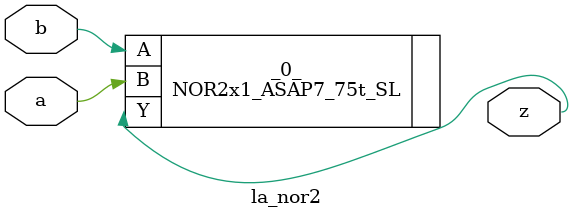
<source format=v>
/* Generated by Yosys 0.37 (git sha1 a5c7f69ed, clang 14.0.0-1ubuntu1.1 -fPIC -Os) */

module la_nor2(a, b, z);
  input a;
  wire a;
  input b;
  wire b;
  output z;
  wire z;
  NOR2x1_ASAP7_75t_SL _0_ (
    .A(b),
    .B(a),
    .Y(z)
  );
endmodule

</source>
